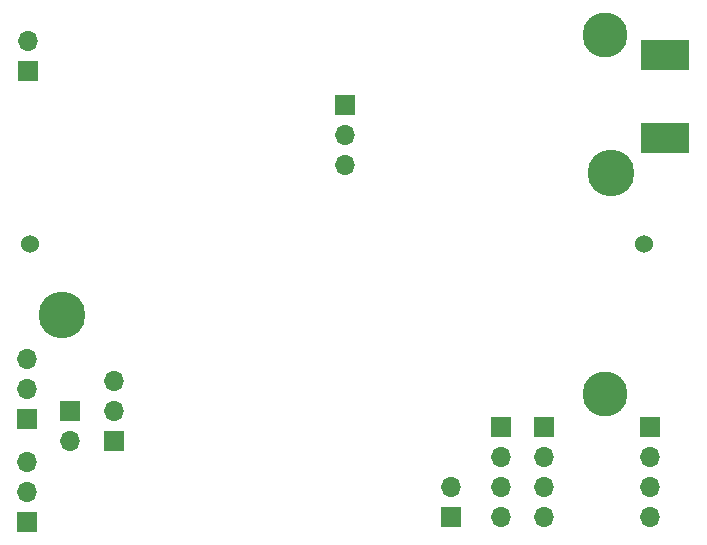
<source format=gbr>
G04 #@! TF.GenerationSoftware,KiCad,Pcbnew,(5.1.7)-1*
G04 #@! TF.CreationDate,2020-12-10T21:45:52+01:00*
G04 #@! TF.ProjectId,lora,6c6f7261-2e6b-4696-9361-645f70636258,v1.0*
G04 #@! TF.SameCoordinates,Original*
G04 #@! TF.FileFunction,Soldermask,Bot*
G04 #@! TF.FilePolarity,Negative*
%FSLAX46Y46*%
G04 Gerber Fmt 4.6, Leading zero omitted, Abs format (unit mm)*
G04 Created by KiCad (PCBNEW (5.1.7)-1) date 2020-12-10 21:45:52*
%MOMM*%
%LPD*%
G01*
G04 APERTURE LIST*
%ADD10R,1.700000X1.700000*%
%ADD11O,1.700000X1.700000*%
%ADD12C,1.530000*%
%ADD13C,3.960000*%
%ADD14R,4.190000X2.665000*%
%ADD15C,3.800000*%
G04 APERTURE END LIST*
D10*
X226540000Y-127450000D03*
D11*
X226540000Y-129990000D03*
X226540000Y-132530000D03*
X226540000Y-135070000D03*
D12*
X225995000Y-111955000D03*
X174005000Y-111955000D03*
D13*
X176755000Y-117995000D03*
X223235000Y-106005000D03*
D14*
X227838000Y-102992500D03*
X227838000Y-96007500D03*
D10*
X177450000Y-126110000D03*
D11*
X177450000Y-128650000D03*
X181120000Y-123570000D03*
X181120000Y-126110000D03*
D10*
X181120000Y-128650000D03*
D11*
X209670000Y-132560000D03*
D10*
X209670000Y-135100000D03*
X213900000Y-127480000D03*
D11*
X213900000Y-130020000D03*
X213900000Y-132560000D03*
X213900000Y-135100000D03*
X217600000Y-135100000D03*
X217600000Y-132560000D03*
X217600000Y-130020000D03*
D10*
X217600000Y-127480000D03*
X200700000Y-100200000D03*
D11*
X200700000Y-102740000D03*
X200700000Y-105280000D03*
D15*
X222700000Y-94300000D03*
X222700000Y-124670000D03*
D10*
X173850000Y-97380000D03*
D11*
X173850000Y-94840000D03*
D10*
X173780000Y-135530000D03*
D11*
X173780000Y-132990000D03*
X173780000Y-130450000D03*
X173780000Y-121730000D03*
X173780000Y-124270000D03*
D10*
X173780000Y-126810000D03*
M02*

</source>
